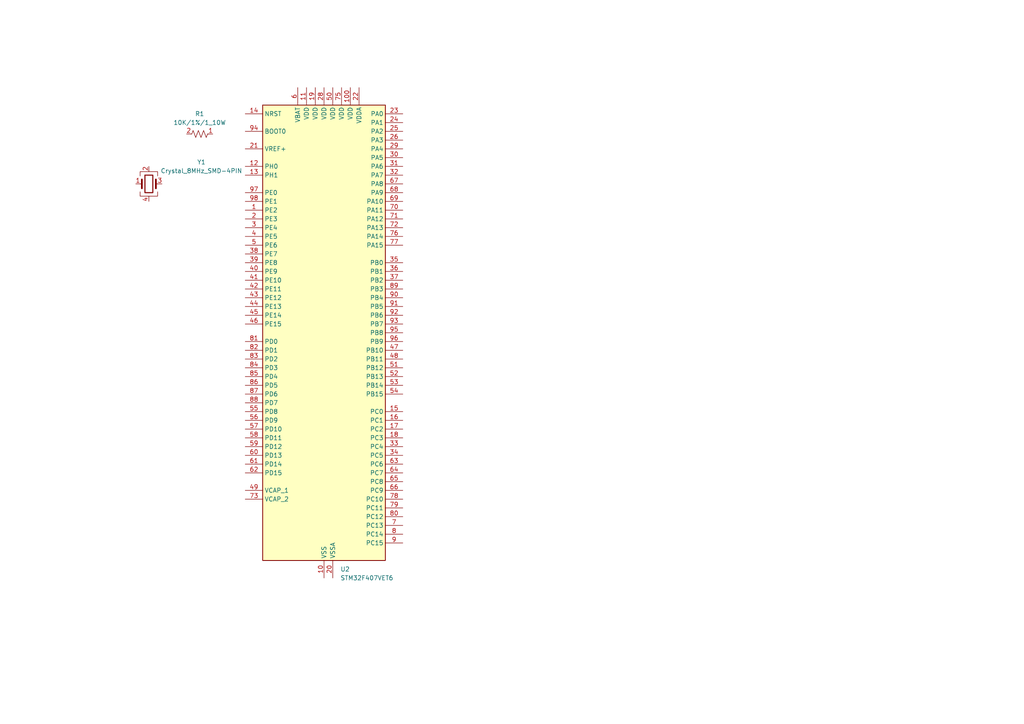
<source format=kicad_sch>
(kicad_sch (version 20231120) (generator "eeschema") (generator_version "8.0")
  (paper "A4")
  (lib_symbols
    (symbol "charge_battery_sym_lib:Crystal_8MHz_SMD-4PIN" (pin_names (offset 1.016) hide)
      (property "Reference" "Y" (at 3.175 5.08 0))
      (property "Value" "Crystal_8MHz_SMD-4PIN" (at 3.175 3.175 0))
      (symbol "Crystal_8MHz_SMD-4PIN_0_1"
        (rectangle (start -1.143 2.54) (end 1.143 -2.54) (stroke (width 0.3048)))
        (polyline (pts (xy -2.54 0) (xy -2.032 0)))
        (polyline (pts (xy -2.032 -1.27) (xy -2.032 1.27)) (stroke (width 0.508)))
        (polyline (pts (xy 0 -3.81) (xy 0 -3.556)))
        (polyline (pts (xy 0 3.556) (xy 0 3.81)))
        (polyline (pts (xy 2.032 -1.27) (xy 2.032 1.27)) (stroke (width 0.508)))
        (polyline (pts (xy 2.032 0) (xy 2.54 0)))
        (polyline (pts (xy -2.54 -2.286) (xy -2.54 -3.556) (xy 2.54 -3.556) (xy 2.54 -2.286)))
        (polyline (pts (xy -2.54 2.286) (xy -2.54 3.556) (xy 2.54 3.556) (xy 2.54 2.286)))
      )
      (symbol "Crystal_8MHz_SMD-4PIN_1_1"
        (pin passive line (at -3.81 0 0) (length 1.27) (name "1") (number "1"))
        (pin passive line (at 0 5.08 270) (length 1.27) (name "2") (number "2"))
        (pin passive line (at 3.81 0 180) (length 1.27) (name "3") (number "3"))
        (pin passive line (at 0 -5.08 90) (length 1.27) (name "4") (number "4"))
      )
    )
    (symbol "charge_battery_sym_lib:Res_10K_0603_1%"
      (property "Reference" "R" (at 1.27 10.16 0))
      (property "Value" "10K/1%/1_10W" (at 2.54 3.81 0))
      (symbol "Res_10K_0603_1%_0_1"
        (polyline (pts (xy 0 6.35) (xy -0.254 6.35)))
        (polyline (pts (xy 4.572 6.35) (xy 4.826 6.35)))
        (polyline (pts (xy 0 6.35) (xy 0.381 7.366) (xy 0.762 6.35) (xy 1.143 5.334) (xy 1.524 6.35)))
        (polyline (pts (xy 1.524 6.35) (xy 1.905 7.366) (xy 2.286 6.35) (xy 2.667 5.334) (xy 3.048 6.35)))
        (polyline (pts (xy 3.048 6.35) (xy 3.429 7.366) (xy 3.81 6.35) (xy 4.191 5.334) (xy 4.572 6.35)))
      )
      (symbol "Res_10K_0603_1%_1_1"
        (pin passive line (at -1.524 6.35 0) (length 1.27) (name "~") (number "1"))
        (pin passive line (at 6.096 6.35 180) (length 1.27) (name "~") (number "2"))
      )
    )
    (symbol "charge_battery_sym_lib:STM32F407VET6"
      (property "Reference" "U" (at -17.78 67.31 0))
      (property "Value" "STM32F407VET6" (at 12.7 67.31 0))
      (symbol "STM32F407VET6_0_1"
        (rectangle (start -17.78 66.04) (end 17.78 -66.04) (stroke (width 0.254)) (fill (type background)))
      )
      (symbol "STM32F407VET6_1_1"
        (pin bidirectional line (at -22.86 35.56 0) (length 5.08) (name "PE2") (number "1"))
        (pin power_in line (at 0 -71.12 90) (length 5.08) (name "VSS") (number "10"))
        (pin power_in line (at 7.62 71.12 270) (length 5.08) (name "VDD") (number "100"))
        (pin power_in line (at -5.08 71.12 270) (length 5.08) (name "VDD") (number "11"))
        (pin bidirectional line (at -22.86 48.26 0) (length 5.08) (name "PH0") (number "12"))
        (pin bidirectional line (at -22.86 45.72 0) (length 5.08) (name "PH1") (number "13"))
        (pin input line (at -22.86 63.5 0) (length 5.08) (name "NRST") (number "14"))
        (pin bidirectional line (at 22.86 -22.86 180) (length 5.08) (name "PC0") (number "15"))
        (pin bidirectional line (at 22.86 -25.4 180) (length 5.08) (name "PC1") (number "16"))
        (pin bidirectional line (at 22.86 -27.94 180) (length 5.08) (name "PC2") (number "17"))
        (pin bidirectional line (at 22.86 -30.48 180) (length 5.08) (name "PC3") (number "18"))
        (pin power_in line (at -2.54 71.12 270) (length 5.08) (name "VDD") (number "19"))
        (pin bidirectional line (at -22.86 33.02 0) (length 5.08) (name "PE3") (number "2"))
        (pin power_in line (at 2.54 -71.12 90) (length 5.08) (name "VSSA") (number "20"))
        (pin input line (at -22.86 53.34 0) (length 5.08) (name "VREF+") (number "21"))
        (pin power_in line (at 10.16 71.12 270) (length 5.08) (name "VDDA") (number "22"))
        (pin bidirectional line (at 22.86 63.5 180) (length 5.08) (name "PA0") (number "23"))
        (pin bidirectional line (at 22.86 60.96 180) (length 5.08) (name "PA1") (number "24"))
        (pin bidirectional line (at 22.86 58.42 180) (length 5.08) (name "PA2") (number "25"))
        (pin bidirectional line (at 22.86 55.88 180) (length 5.08) (name "PA3") (number "26"))
        (pin passive line (at 0 -71.12 90) (length 5.08) hide (name "VSS") (number "27"))
        (pin power_in line (at 0 71.12 270) (length 5.08) (name "VDD") (number "28"))
        (pin bidirectional line (at 22.86 53.34 180) (length 5.08) (name "PA4") (number "29"))
        (pin bidirectional line (at -22.86 30.48 0) (length 5.08) (name "PE4") (number "3"))
        (pin bidirectional line (at 22.86 50.8 180) (length 5.08) (name "PA5") (number "30"))
        (pin bidirectional line (at 22.86 48.26 180) (length 5.08) (name "PA6") (number "31"))
        (pin bidirectional line (at 22.86 45.72 180) (length 5.08) (name "PA7") (number "32"))
        (pin bidirectional line (at 22.86 -33.02 180) (length 5.08) (name "PC4") (number "33"))
        (pin bidirectional line (at 22.86 -35.56 180) (length 5.08) (name "PC5") (number "34"))
        (pin bidirectional line (at 22.86 20.32 180) (length 5.08) (name "PB0") (number "35"))
        (pin bidirectional line (at 22.86 17.78 180) (length 5.08) (name "PB1") (number "36"))
        (pin bidirectional line (at 22.86 15.24 180) (length 5.08) (name "PB2") (number "37"))
        (pin bidirectional line (at -22.86 22.86 0) (length 5.08) (name "PE7") (number "38"))
        (pin bidirectional line (at -22.86 20.32 0) (length 5.08) (name "PE8") (number "39"))
        (pin bidirectional line (at -22.86 27.94 0) (length 5.08) (name "PE5") (number "4"))
        (pin bidirectional line (at -22.86 17.78 0) (length 5.08) (name "PE9") (number "40"))
        (pin bidirectional line (at -22.86 15.24 0) (length 5.08) (name "PE10") (number "41"))
        (pin bidirectional line (at -22.86 12.7 0) (length 5.08) (name "PE11") (number "42"))
        (pin bidirectional line (at -22.86 10.16 0) (length 5.08) (name "PE12") (number "43"))
        (pin bidirectional line (at -22.86 7.62 0) (length 5.08) (name "PE13") (number "44"))
        (pin bidirectional line (at -22.86 5.08 0) (length 5.08) (name "PE14") (number "45"))
        (pin bidirectional line (at -22.86 2.54 0) (length 5.08) (name "PE15") (number "46"))
        (pin bidirectional line (at 22.86 -5.08 180) (length 5.08) (name "PB10") (number "47"))
        (pin bidirectional line (at 22.86 -7.62 180) (length 5.08) (name "PB11") (number "48"))
        (pin power_out line (at -22.86 -45.72 0) (length 5.08) (name "VCAP_1") (number "49"))
        (pin bidirectional line (at -22.86 25.4 0) (length 5.08) (name "PE6") (number "5"))
        (pin power_in line (at 2.54 71.12 270) (length 5.08) (name "VDD") (number "50"))
        (pin bidirectional line (at 22.86 -10.16 180) (length 5.08) (name "PB12") (number "51"))
        (pin bidirectional line (at 22.86 -12.7 180) (length 5.08) (name "PB13") (number "52"))
        (pin bidirectional line (at 22.86 -15.24 180) (length 5.08) (name "PB14") (number "53"))
        (pin bidirectional line (at 22.86 -17.78 180) (length 5.08) (name "PB15") (number "54"))
        (pin bidirectional line (at -22.86 -22.86 0) (length 5.08) (name "PD8") (number "55"))
        (pin bidirectional line (at -22.86 -25.4 0) (length 5.08) (name "PD9") (number "56"))
        (pin bidirectional line (at -22.86 -27.94 0) (length 5.08) (name "PD10") (number "57"))
        (pin bidirectional line (at -22.86 -30.48 0) (length 5.08) (name "PD11") (number "58"))
        (pin bidirectional line (at -22.86 -33.02 0) (length 5.08) (name "PD12") (number "59"))
        (pin power_in line (at -7.62 71.12 270) (length 5.08) (name "VBAT") (number "6"))
        (pin bidirectional line (at -22.86 -35.56 0) (length 5.08) (name "PD13") (number "60"))
        (pin bidirectional line (at -22.86 -38.1 0) (length 5.08) (name "PD14") (number "61"))
        (pin bidirectional line (at -22.86 -40.64 0) (length 5.08) (name "PD15") (number "62"))
        (pin bidirectional line (at 22.86 -38.1 180) (length 5.08) (name "PC6") (number "63"))
        (pin bidirectional line (at 22.86 -40.64 180) (length 5.08) (name "PC7") (number "64"))
        (pin bidirectional line (at 22.86 -43.18 180) (length 5.08) (name "PC8") (number "65"))
        (pin bidirectional line (at 22.86 -45.72 180) (length 5.08) (name "PC9") (number "66"))
        (pin bidirectional line (at 22.86 43.18 180) (length 5.08) (name "PA8") (number "67"))
        (pin bidirectional line (at 22.86 40.64 180) (length 5.08) (name "PA9") (number "68"))
        (pin bidirectional line (at 22.86 38.1 180) (length 5.08) (name "PA10") (number "69"))
        (pin bidirectional line (at 22.86 -55.88 180) (length 5.08) (name "PC13") (number "7"))
        (pin bidirectional line (at 22.86 35.56 180) (length 5.08) (name "PA11") (number "70"))
        (pin bidirectional line (at 22.86 33.02 180) (length 5.08) (name "PA12") (number "71"))
        (pin bidirectional line (at 22.86 30.48 180) (length 5.08) (name "PA13") (number "72"))
        (pin power_out line (at -22.86 -48.26 0) (length 5.08) (name "VCAP_2") (number "73"))
        (pin passive line (at 0 -71.12 90) (length 5.08) hide (name "VSS") (number "74"))
        (pin power_in line (at 5.08 71.12 270) (length 5.08) (name "VDD") (number "75"))
        (pin bidirectional line (at 22.86 27.94 180) (length 5.08) (name "PA14") (number "76"))
        (pin bidirectional line (at 22.86 25.4 180) (length 5.08) (name "PA15") (number "77"))
        (pin bidirectional line (at 22.86 -48.26 180) (length 5.08) (name "PC10") (number "78"))
        (pin bidirectional line (at 22.86 -50.8 180) (length 5.08) (name "PC11") (number "79"))
        (pin bidirectional line (at 22.86 -58.42 180) (length 5.08) (name "PC14") (number "8"))
        (pin bidirectional line (at 22.86 -53.34 180) (length 5.08) (name "PC12") (number "80"))
        (pin bidirectional line (at -22.86 -2.54 0) (length 5.08) (name "PD0") (number "81"))
        (pin bidirectional line (at -22.86 -5.08 0) (length 5.08) (name "PD1") (number "82"))
        (pin bidirectional line (at -22.86 -7.62 0) (length 5.08) (name "PD2") (number "83"))
        (pin bidirectional line (at -22.86 -10.16 0) (length 5.08) (name "PD3") (number "84"))
        (pin bidirectional line (at -22.86 -12.7 0) (length 5.08) (name "PD4") (number "85"))
        (pin bidirectional line (at -22.86 -15.24 0) (length 5.08) (name "PD5") (number "86"))
        (pin bidirectional line (at -22.86 -17.78 0) (length 5.08) (name "PD6") (number "87"))
        (pin bidirectional line (at -22.86 -20.32 0) (length 5.08) (name "PD7") (number "88"))
        (pin bidirectional line (at 22.86 12.7 180) (length 5.08) (name "PB3") (number "89"))
        (pin bidirectional line (at 22.86 -60.96 180) (length 5.08) (name "PC15") (number "9"))
        (pin bidirectional line (at 22.86 10.16 180) (length 5.08) (name "PB4") (number "90"))
        (pin bidirectional line (at 22.86 7.62 180) (length 5.08) (name "PB5") (number "91"))
        (pin bidirectional line (at 22.86 5.08 180) (length 5.08) (name "PB6") (number "92"))
        (pin bidirectional line (at 22.86 2.54 180) (length 5.08) (name "PB7") (number "93"))
        (pin input line (at -22.86 58.42 0) (length 5.08) (name "BOOT0") (number "94"))
        (pin bidirectional line (at 22.86 0 180) (length 5.08) (name "PB8") (number "95"))
        (pin bidirectional line (at 22.86 -2.54 180) (length 5.08) (name "PB9") (number "96"))
        (pin bidirectional line (at -22.86 40.64 0) (length 5.08) (name "PE0") (number "97"))
        (pin bidirectional line (at -22.86 38.1 0) (length 5.08) (name "PE1") (number "98"))
        (pin passive line (at 0 -71.12 90) (length 5.08) hide (name "VSS") (number "99"))
      )
    )
  )
  (symbol (lib_id "charge_battery_sym_lib:Res_10K_0603_1%") (at 60.198 32.512 180) (unit 1)
    (property "Reference" "R1" (at 57.912 33.02 0))
    (property "Value" "10K/1%/1_10W" (at 57.912 35.56 0))
    (property "Footprint" "charge_battery_footprint_lib:Res_10K_0603" (effects (hide yes)))
    (property "Datasheet" "https://fscdn.rohm.com/en/products/databook/datasheet/passive/resistor/chip_resistor/esr-e.pdf" (effects (hide yes)))
    (property "Description" "Res 10 KOhm 0603 1%" (effects (hide yes)))
    (property "Supply name" "Thegioiic" (effects (hide yes)))
    (property "Supply part number" "Điện Trở 10 KOhm 0603 1%" (effects (hide yes)))
    (property "Supply URL" "https://www.thegioiic.com/dien-tro-10-kohm-0603-1-" (effects (hide yes)))
  )
  (symbol (lib_id "charge_battery_sym_lib:Crystal_8MHz_SMD-4PIN") (at 43.18 53.34 0) (unit 1)
    (property "Reference" "Y1" (at 58.42 47.0214 0))
    (property "Value" "Crystal_8MHz_SMD-4PIN" (at 58.42 49.5614 0))
    (property "Footprint" "charge_battery_footprint_lib:Crystal_8MHz_SMD-4PIN" (effects (hide yes)))
    (property "Datasheet" "https://mm.digikey.com/Volume0/opasdata/d220001/medias/docus/1859/CX3225SB16000D0GZJC1_Spec.pdf" (effects (hide yes)))
    (property "Description" "Four pin crystal, GND on pins 2 and 4" (effects (hide yes)))
    (property "Supply name" "Thegioiic" (effects (hide yes)))
    (property "Supply part number" "Thạch Anh 8MHz 3225 4 Chân SMD" (effects (hide yes)))
    (property "Supply URL" "https://www.thegioiic.com/thach-anh-8mhz-3225-4-chan-smd" (effects (hide yes)))
  )
  (symbol (lib_id "charge_battery_sym_lib:STM32F407VET6") (at 93.98 96.52 0) (unit 1)
    (property "Reference" "U2" (at 98.7141 165.1 0) (effects (justify left)))
    (property "Value" "STM32F407VET6" (at 98.7141 167.64 0) (effects (justify left)))
    (property "Footprint" "charge_battery_footprint_lib:STM32F407VET6" (effects (hide yes)))
    (property "Datasheet" "https://www.st.com/resource/en/datasheet/stm32f407ve.pdf" (effects (hide yes)))
    (property "Description" "STMicroelectronics Arm Cortex-M4 MCU, 512KB flash, 192KB RAM, 168 MHz, 1.8-3.6V, 82 GPIO, LQFP100" (effects (hide yes)))
    (property "Supply name " "Thegioiic" (effects (hide yes)))
    (property "Supply part number" "STM32F407VET6, 32-Bit ARM Cortex M4 Microcontroller, 168MHz, 512KB FLASH, 100-LQFP" (effects (hide yes)))
    (property "Supply URL" "https://www.thegioiic.com/stm32f407vet6-32-bit-arm-cortex-m4-microcontroller-168mhz-512kb-flash-100-lqfp" (effects (hide yes)))
  )
)
</source>
